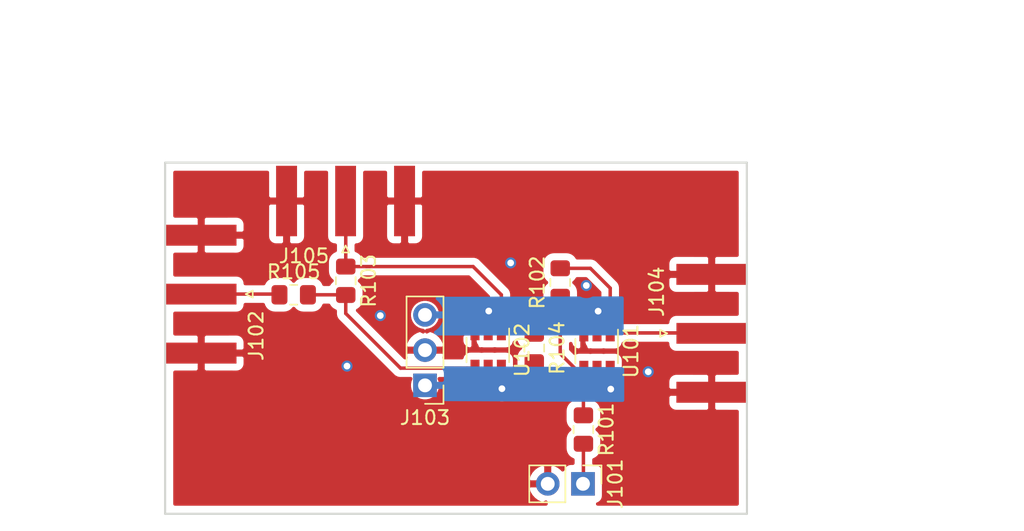
<source format=kicad_pcb>
(kicad_pcb (version 20171130) (host pcbnew "(5.1.5-0-10_14)")

  (general
    (thickness 1.6)
    (drawings 4)
    (tracks 47)
    (zones 0)
    (modules 12)
    (nets 10)
  )

  (page A4)
  (layers
    (0 F.Cu signal)
    (31 B.Cu signal)
    (32 B.Adhes user)
    (33 F.Adhes user)
    (34 B.Paste user)
    (35 F.Paste user)
    (36 B.SilkS user hide)
    (37 F.SilkS user)
    (38 B.Mask user)
    (39 F.Mask user hide)
    (40 Dwgs.User user)
    (41 Cmts.User user)
    (42 Eco1.User user)
    (43 Eco2.User user)
    (44 Edge.Cuts user)
    (45 Margin user)
    (46 B.CrtYd user)
    (47 F.CrtYd user)
    (48 B.Fab user)
    (49 F.Fab user)
  )

  (setup
    (last_trace_width 0.25)
    (trace_clearance 0.1524)
    (zone_clearance 0.508)
    (zone_45_only no)
    (trace_min 0.2)
    (via_size 0.8)
    (via_drill 0.4)
    (via_min_size 0.4)
    (via_min_drill 0.3)
    (uvia_size 0.3)
    (uvia_drill 0.1)
    (uvias_allowed no)
    (uvia_min_size 0.2)
    (uvia_min_drill 0.1)
    (edge_width 0.15)
    (segment_width 0.2)
    (pcb_text_width 0.3)
    (pcb_text_size 1.5 1.5)
    (mod_edge_width 0.15)
    (mod_text_size 1 1)
    (mod_text_width 0.15)
    (pad_size 1.7 1.7)
    (pad_drill 1)
    (pad_to_mask_clearance 0.051)
    (solder_mask_min_width 0.25)
    (aux_axis_origin 0 0)
    (visible_elements 7FFDEFFF)
    (pcbplotparams
      (layerselection 0x01000_ffffffff)
      (usegerberextensions false)
      (usegerberattributes false)
      (usegerberadvancedattributes false)
      (creategerberjobfile false)
      (excludeedgelayer true)
      (linewidth 0.100000)
      (plotframeref false)
      (viasonmask false)
      (mode 1)
      (useauxorigin false)
      (hpglpennumber 1)
      (hpglpenspeed 20)
      (hpglpendiameter 15.000000)
      (psnegative false)
      (psa4output false)
      (plotreference true)
      (plotvalue true)
      (plotinvisibletext false)
      (padsonsilk false)
      (subtractmaskfromsilk false)
      (outputformat 1)
      (mirror false)
      (drillshape 0)
      (scaleselection 1)
      (outputdirectory "../../../../../../../../../../Volumes/USB30FD/Conner/PLL Op-Amp Test/"))
  )

  (net 0 "")
  (net 1 GND)
  (net 2 +5V)
  (net 3 -5V)
  (net 4 "Net-(J101-Pad1)")
  (net 5 "Net-(J102-Pad1)")
  (net 6 "Net-(J104-Pad1)")
  (net 7 "Net-(J105-Pad1)")
  (net 8 "Net-(R101-Pad1)")
  (net 9 "Net-(R103-Pad2)")

  (net_class Default "This is the default net class."
    (clearance 0.1524)
    (trace_width 0.25)
    (via_dia 0.8)
    (via_drill 0.4)
    (uvia_dia 0.3)
    (uvia_drill 0.1)
    (add_net +5V)
    (add_net -5V)
    (add_net GND)
    (add_net "Net-(J101-Pad1)")
    (add_net "Net-(J102-Pad1)")
    (add_net "Net-(J104-Pad1)")
    (add_net "Net-(J105-Pad1)")
    (add_net "Net-(R101-Pad1)")
    (add_net "Net-(R103-Pad2)")
  )

  (module Connector_Coaxial:SMA_Amphenol_132289_EdgeMount (layer F.Cu) (tedit 5E601133) (tstamp 5E55D582)
    (at 58.85 50.75 180)
    (descr http://www.amphenolrf.com/132289.html)
    (tags SMA)
    (path /5E5B37F5)
    (attr smd)
    (fp_text reference J102 (at -3.96 -3 90) (layer F.SilkS)
      (effects (font (size 1 1) (thickness 0.15)))
    )
    (fp_text value Conn_Coaxial (at 5 6) (layer F.Fab)
      (effects (font (size 1 1) (thickness 0.15)))
    )
    (fp_line (start -1.91 5.08) (end 4.445 5.08) (layer F.Fab) (width 0.1))
    (fp_line (start -1.91 3.81) (end -1.91 5.08) (layer F.Fab) (width 0.1))
    (fp_line (start 2.54 3.81) (end -1.91 3.81) (layer F.Fab) (width 0.1))
    (fp_line (start 2.54 -3.81) (end 2.54 3.81) (layer F.Fab) (width 0.1))
    (fp_line (start -1.91 -3.81) (end 2.54 -3.81) (layer F.Fab) (width 0.1))
    (fp_line (start -1.91 -5.08) (end -1.91 -3.81) (layer F.Fab) (width 0.1))
    (fp_line (start -1.91 -5.08) (end 4.445 -5.08) (layer F.Fab) (width 0.1))
    (fp_line (start 4.445 -3.81) (end 4.445 -5.08) (layer F.Fab) (width 0.1))
    (fp_line (start 4.445 5.08) (end 4.445 3.81) (layer F.Fab) (width 0.1))
    (fp_line (start 13.97 3.81) (end 4.445 3.81) (layer F.Fab) (width 0.1))
    (fp_line (start 13.97 -3.81) (end 13.97 3.81) (layer F.Fab) (width 0.1))
    (fp_line (start 4.445 -3.81) (end 13.97 -3.81) (layer F.Fab) (width 0.1))
    (fp_line (start -3.04 5.58) (end -3.04 -5.58) (layer B.CrtYd) (width 0.05))
    (fp_line (start 14.47 5.58) (end -3.04 5.58) (layer B.CrtYd) (width 0.05))
    (fp_line (start 14.47 -5.58) (end 14.47 5.58) (layer B.CrtYd) (width 0.05))
    (fp_line (start 14.47 -5.58) (end -3.04 -5.58) (layer B.CrtYd) (width 0.05))
    (fp_line (start -3.04 5.58) (end -3.04 -5.58) (layer F.CrtYd) (width 0.05))
    (fp_line (start 14.47 5.58) (end -3.04 5.58) (layer F.CrtYd) (width 0.05))
    (fp_line (start 14.47 -5.58) (end 14.47 5.58) (layer F.CrtYd) (width 0.05))
    (fp_line (start 14.47 -5.58) (end -3.04 -5.58) (layer F.CrtYd) (width 0.05))
    (fp_text user %R (at 4.79 0 270) (layer F.Fab)
      (effects (font (size 1 1) (thickness 0.15)))
    )
    (fp_line (start 2.54 -0.75) (end 3.54 0) (layer F.Fab) (width 0.1))
    (fp_line (start 3.54 0) (end 2.54 0.75) (layer F.Fab) (width 0.1))
    (fp_line (start -3.21 0) (end -3.71 -0.25) (layer F.SilkS) (width 0.12))
    (fp_line (start -3.71 -0.25) (end -3.71 0.25) (layer F.SilkS) (width 0.12))
    (fp_line (start -3.71 0.25) (end -3.21 0) (layer F.SilkS) (width 0.12))
    (pad 1 smd rect (at 0 0 270) (size 1.5 5.08) (layers F.Cu F.Paste F.Mask)
      (net 5 "Net-(J102-Pad1)"))
    (pad 2 smd rect (at 0 -4.25 270) (size 1.5 5.08) (layers F.Cu F.Paste F.Mask)
      (net 1 GND))
    (pad 2 smd rect (at 0 4.25 270) (size 1.5 5.08) (layers F.Cu F.Paste F.Mask)
      (net 1 GND))
    (pad 2 smd rect (at 0 -4.25 270) (size 1.5 5.08) (layers F.Cu B.Paste B.Mask)
      (net 1 GND))
    (pad 2 smd rect (at 0 4.25 270) (size 1.5 5.08) (layers F.Cu B.Paste B.Mask)
      (net 1 GND))
    (model ${KISYS3DMOD}/Connector_Coaxial.3dshapes/SMA_Amphenol_132289_EdgeMount.wrl
      (at (xyz 0 0 0))
      (scale (xyz 1 1 1))
      (rotate (xyz 0 0 0))
    )
  )

  (module Resistor_SMD:R_0805_2012Metric_Pad1.15x1.40mm_HandSolder (layer F.Cu) (tedit 5E60156E) (tstamp 5E5B7DD5)
    (at 82.84 54.635 270)
    (descr "Resistor SMD 0805 (2012 Metric), square (rectangular) end terminal, IPC_7351 nominal with elongated pad for handsoldering. (Body size source: https://docs.google.com/spreadsheets/d/1BsfQQcO9C6DZCsRaXUlFlo91Tg2WpOkGARC1WS5S8t0/edit?usp=sharing), generated with kicad-footprint-generator")
    (tags "resistor handsolder")
    (path /5E5D8E8D)
    (attr smd)
    (fp_text reference R104 (at 0 -1.65 90) (layer F.SilkS)
      (effects (font (size 1 1) (thickness 0.15)))
    )
    (fp_text value 1k (at 0 1.65 90) (layer F.Fab)
      (effects (font (size 1 1) (thickness 0.15)))
    )
    (fp_text user %R (at 0 0 90) (layer F.Fab)
      (effects (font (size 0.5 0.5) (thickness 0.08)))
    )
    (fp_line (start 1.85 0.95) (end -1.85 0.95) (layer F.CrtYd) (width 0.05))
    (fp_line (start 1.85 -0.95) (end 1.85 0.95) (layer F.CrtYd) (width 0.05))
    (fp_line (start -1.85 -0.95) (end 1.85 -0.95) (layer F.CrtYd) (width 0.05))
    (fp_line (start -1.85 0.95) (end -1.85 -0.95) (layer F.CrtYd) (width 0.05))
    (fp_line (start -0.261252 0.71) (end 0.261252 0.71) (layer F.SilkS) (width 0.12))
    (fp_line (start -0.261252 -0.71) (end 0.261252 -0.71) (layer F.SilkS) (width 0.12))
    (fp_line (start 1 0.6) (end -1 0.6) (layer F.Fab) (width 0.1))
    (fp_line (start 1 -0.6) (end 1 0.6) (layer F.Fab) (width 0.1))
    (fp_line (start -1 -0.6) (end 1 -0.6) (layer F.Fab) (width 0.1))
    (fp_line (start -1 0.6) (end -1 -0.6) (layer F.Fab) (width 0.1))
    (pad 2 smd roundrect (at 1.025 0 270) (size 1.15 1.4) (layers F.Cu F.Paste F.Mask) (roundrect_rratio 0.217)
      (net 8 "Net-(R101-Pad1)"))
    (pad 1 smd roundrect (at -1.025 0 270) (size 1.15 1.4) (layers F.Cu F.Paste F.Mask) (roundrect_rratio 0.217)
      (net 7 "Net-(J105-Pad1)"))
    (model ${KISYS3DMOD}/Resistor_SMD.3dshapes/R_0805_2012Metric.wrl
      (at (xyz 0 0 0))
      (scale (xyz 1 1 1))
      (rotate (xyz 0 0 0))
    )
  )

  (module Connector_PinHeader_2.54mm:PinHeader_1x02_P2.54mm_Vertical (layer F.Cu) (tedit 59FED5CC) (tstamp 5E55D056)
    (at 86.35 64.43 270)
    (descr "Through hole straight pin header, 1x02, 2.54mm pitch, single row")
    (tags "Through hole pin header THT 1x02 2.54mm single row")
    (path /5E5E33D0)
    (fp_text reference J101 (at 0 -2.33 90) (layer F.SilkS)
      (effects (font (size 1 1) (thickness 0.15)))
    )
    (fp_text value Conn_01x02_Male (at 0 4.87 90) (layer F.Fab)
      (effects (font (size 1 1) (thickness 0.15)))
    )
    (fp_line (start -0.635 -1.27) (end 1.27 -1.27) (layer F.Fab) (width 0.1))
    (fp_line (start 1.27 -1.27) (end 1.27 3.81) (layer F.Fab) (width 0.1))
    (fp_line (start 1.27 3.81) (end -1.27 3.81) (layer F.Fab) (width 0.1))
    (fp_line (start -1.27 3.81) (end -1.27 -0.635) (layer F.Fab) (width 0.1))
    (fp_line (start -1.27 -0.635) (end -0.635 -1.27) (layer F.Fab) (width 0.1))
    (fp_line (start -1.33 3.87) (end 1.33 3.87) (layer F.SilkS) (width 0.12))
    (fp_line (start -1.33 1.27) (end -1.33 3.87) (layer F.SilkS) (width 0.12))
    (fp_line (start 1.33 1.27) (end 1.33 3.87) (layer F.SilkS) (width 0.12))
    (fp_line (start -1.33 1.27) (end 1.33 1.27) (layer F.SilkS) (width 0.12))
    (fp_line (start -1.33 0) (end -1.33 -1.33) (layer F.SilkS) (width 0.12))
    (fp_line (start -1.33 -1.33) (end 0 -1.33) (layer F.SilkS) (width 0.12))
    (fp_line (start -1.8 -1.8) (end -1.8 4.35) (layer F.CrtYd) (width 0.05))
    (fp_line (start -1.8 4.35) (end 1.8 4.35) (layer F.CrtYd) (width 0.05))
    (fp_line (start 1.8 4.35) (end 1.8 -1.8) (layer F.CrtYd) (width 0.05))
    (fp_line (start 1.8 -1.8) (end -1.8 -1.8) (layer F.CrtYd) (width 0.05))
    (fp_text user %R (at 0 1.27) (layer F.Fab)
      (effects (font (size 1 1) (thickness 0.15)))
    )
    (pad 1 thru_hole rect (at 0 0 270) (size 1.7 1.7) (drill 1) (layers *.Cu *.Mask)
      (net 4 "Net-(J101-Pad1)"))
    (pad 2 thru_hole oval (at 0 2.54 270) (size 1.7 1.7) (drill 1) (layers *.Cu *.Mask)
      (net 1 GND))
    (model ${KISYS3DMOD}/Connector_PinHeader_2.54mm.3dshapes/PinHeader_1x02_P2.54mm_Vertical.wrl
      (at (xyz 0 0 0))
      (scale (xyz 1 1 1))
      (rotate (xyz 0 0 0))
    )
  )

  (module Connector_PinHeader_2.54mm:PinHeader_1x03_P2.54mm_Vertical (layer F.Cu) (tedit 5E601AD5) (tstamp 5E55D06D)
    (at 74.97 57.33 180)
    (descr "Through hole straight pin header, 1x03, 2.54mm pitch, single row")
    (tags "Through hole pin header THT 1x03 2.54mm single row")
    (path /5E57360C)
    (fp_text reference J103 (at 0 -2.33) (layer F.SilkS)
      (effects (font (size 1 1) (thickness 0.15)))
    )
    (fp_text value Conn_01x03_Male (at 0 7.41) (layer F.Fab)
      (effects (font (size 1 1) (thickness 0.15)))
    )
    (fp_line (start -0.635 -1.27) (end 1.27 -1.27) (layer F.Fab) (width 0.1))
    (fp_line (start 1.27 -1.27) (end 1.27 6.35) (layer F.Fab) (width 0.1))
    (fp_line (start 1.27 6.35) (end -1.27 6.35) (layer F.Fab) (width 0.1))
    (fp_line (start -1.27 6.35) (end -1.27 -0.635) (layer F.Fab) (width 0.1))
    (fp_line (start -1.27 -0.635) (end -0.635 -1.27) (layer F.Fab) (width 0.1))
    (fp_line (start -1.33 6.41) (end 1.33 6.41) (layer F.SilkS) (width 0.12))
    (fp_line (start -1.33 1.27) (end -1.33 6.41) (layer F.SilkS) (width 0.12))
    (fp_line (start 1.33 1.27) (end 1.33 6.41) (layer F.SilkS) (width 0.12))
    (fp_line (start -1.33 1.27) (end 1.33 1.27) (layer F.SilkS) (width 0.12))
    (fp_line (start -1.33 0) (end -1.33 -1.33) (layer F.SilkS) (width 0.12))
    (fp_line (start -1.33 -1.33) (end 0 -1.33) (layer F.SilkS) (width 0.12))
    (fp_line (start -1.8 -1.8) (end -1.8 6.85) (layer F.CrtYd) (width 0.05))
    (fp_line (start -1.8 6.85) (end 1.8 6.85) (layer F.CrtYd) (width 0.05))
    (fp_line (start 1.8 6.85) (end 1.8 -1.8) (layer F.CrtYd) (width 0.05))
    (fp_line (start 1.8 -1.8) (end -1.8 -1.8) (layer F.CrtYd) (width 0.05))
    (fp_text user %R (at 0 2.54 90) (layer F.Fab)
      (effects (font (size 1 1) (thickness 0.15)))
    )
    (pad 1 thru_hole rect (at 0 0 180) (size 1.7 1.7) (drill 1) (layers *.Mask B.Cu)
      (net 2 +5V))
    (pad 2 thru_hole oval (at 0 2.54 180) (size 1.7 1.7) (drill 1) (layers *.Cu *.Mask)
      (net 1 GND))
    (pad 3 thru_hole oval (at 0 5.08 180) (size 1.7 1.7) (drill 1) (layers *.Mask B.Cu)
      (net 3 -5V))
    (model ${KISYS3DMOD}/Connector_PinHeader_2.54mm.3dshapes/PinHeader_1x03_P2.54mm_Vertical.wrl
      (at (xyz 0 0 0))
      (scale (xyz 1 1 1))
      (rotate (xyz 0 0 0))
    )
  )

  (module Resistor_SMD:R_0805_2012Metric_Pad1.15x1.40mm_HandSolder (layer F.Cu) (tedit 5E601650) (tstamp 5E55D07E)
    (at 86.38 60.515 270)
    (descr "Resistor SMD 0805 (2012 Metric), square (rectangular) end terminal, IPC_7351 nominal with elongated pad for handsoldering. (Body size source: https://docs.google.com/spreadsheets/d/1BsfQQcO9C6DZCsRaXUlFlo91Tg2WpOkGARC1WS5S8t0/edit?usp=sharing), generated with kicad-footprint-generator")
    (tags "resistor handsolder")
    (path /5E5E2D3B)
    (attr smd)
    (fp_text reference R101 (at 0 -1.65 90) (layer F.SilkS)
      (effects (font (size 1 1) (thickness 0.15)))
    )
    (fp_text value 1k (at 0 1.65 90) (layer F.Fab)
      (effects (font (size 1 1) (thickness 0.15)))
    )
    (fp_line (start -1 0.6) (end -1 -0.6) (layer F.Fab) (width 0.1))
    (fp_line (start -1 -0.6) (end 1 -0.6) (layer F.Fab) (width 0.1))
    (fp_line (start 1 -0.6) (end 1 0.6) (layer F.Fab) (width 0.1))
    (fp_line (start 1 0.6) (end -1 0.6) (layer F.Fab) (width 0.1))
    (fp_line (start -0.261252 -0.71) (end 0.261252 -0.71) (layer F.SilkS) (width 0.12))
    (fp_line (start -0.261252 0.71) (end 0.261252 0.71) (layer F.SilkS) (width 0.12))
    (fp_line (start -1.85 0.95) (end -1.85 -0.95) (layer F.CrtYd) (width 0.05))
    (fp_line (start -1.85 -0.95) (end 1.85 -0.95) (layer F.CrtYd) (width 0.05))
    (fp_line (start 1.85 -0.95) (end 1.85 0.95) (layer F.CrtYd) (width 0.05))
    (fp_line (start 1.85 0.95) (end -1.85 0.95) (layer F.CrtYd) (width 0.05))
    (fp_text user %R (at 0 0 90) (layer F.Fab)
      (effects (font (size 0.5 0.5) (thickness 0.08)))
    )
    (pad 1 smd roundrect (at -1.025 0 270) (size 1.15 1.4) (layers F.Cu F.Paste F.Mask) (roundrect_rratio 0.217)
      (net 8 "Net-(R101-Pad1)"))
    (pad 2 smd roundrect (at 1.025 0 270) (size 1.15 1.4) (layers F.Cu F.Paste F.Mask) (roundrect_rratio 0.217)
      (net 4 "Net-(J101-Pad1)"))
    (model ${KISYS3DMOD}/Resistor_SMD.3dshapes/R_0805_2012Metric.wrl
      (at (xyz 0 0 0))
      (scale (xyz 1 1 1))
      (rotate (xyz 0 0 0))
    )
  )

  (module Resistor_SMD:R_0805_2012Metric_Pad1.15x1.40mm_HandSolder (layer F.Cu) (tedit 5E601646) (tstamp 5E55D08F)
    (at 84.71 49.915 90)
    (descr "Resistor SMD 0805 (2012 Metric), square (rectangular) end terminal, IPC_7351 nominal with elongated pad for handsoldering. (Body size source: https://docs.google.com/spreadsheets/d/1BsfQQcO9C6DZCsRaXUlFlo91Tg2WpOkGARC1WS5S8t0/edit?usp=sharing), generated with kicad-footprint-generator")
    (tags "resistor handsolder")
    (path /5E5C96C2)
    (attr smd)
    (fp_text reference R102 (at 0 -1.65 90) (layer F.SilkS)
      (effects (font (size 1 1) (thickness 0.15)))
    )
    (fp_text value 1k (at 0 1.65 90) (layer F.Fab)
      (effects (font (size 1 1) (thickness 0.15)))
    )
    (fp_line (start -1 0.6) (end -1 -0.6) (layer F.Fab) (width 0.1))
    (fp_line (start -1 -0.6) (end 1 -0.6) (layer F.Fab) (width 0.1))
    (fp_line (start 1 -0.6) (end 1 0.6) (layer F.Fab) (width 0.1))
    (fp_line (start 1 0.6) (end -1 0.6) (layer F.Fab) (width 0.1))
    (fp_line (start -0.261252 -0.71) (end 0.261252 -0.71) (layer F.SilkS) (width 0.12))
    (fp_line (start -0.261252 0.71) (end 0.261252 0.71) (layer F.SilkS) (width 0.12))
    (fp_line (start -1.85 0.95) (end -1.85 -0.95) (layer F.CrtYd) (width 0.05))
    (fp_line (start -1.85 -0.95) (end 1.85 -0.95) (layer F.CrtYd) (width 0.05))
    (fp_line (start 1.85 -0.95) (end 1.85 0.95) (layer F.CrtYd) (width 0.05))
    (fp_line (start 1.85 0.95) (end -1.85 0.95) (layer F.CrtYd) (width 0.05))
    (fp_text user %R (at 0 0 90) (layer F.Fab)
      (effects (font (size 0.5 0.5) (thickness 0.08)))
    )
    (pad 1 smd roundrect (at -1.025 0 90) (size 1.15 1.4) (layers F.Cu F.Paste F.Mask) (roundrect_rratio 0.217)
      (net 8 "Net-(R101-Pad1)"))
    (pad 2 smd roundrect (at 1.025 0 90) (size 1.15 1.4) (layers F.Cu F.Paste F.Mask) (roundrect_rratio 0.217)
      (net 6 "Net-(J104-Pad1)"))
    (model ${KISYS3DMOD}/Resistor_SMD.3dshapes/R_0805_2012Metric.wrl
      (at (xyz 0 0 0))
      (scale (xyz 1 1 1))
      (rotate (xyz 0 0 0))
    )
  )

  (module Resistor_SMD:R_0805_2012Metric_Pad1.15x1.40mm_HandSolder (layer F.Cu) (tedit 5E600F0F) (tstamp 5E55D0A0)
    (at 69.26 49.79 270)
    (descr "Resistor SMD 0805 (2012 Metric), square (rectangular) end terminal, IPC_7351 nominal with elongated pad for handsoldering. (Body size source: https://docs.google.com/spreadsheets/d/1BsfQQcO9C6DZCsRaXUlFlo91Tg2WpOkGARC1WS5S8t0/edit?usp=sharing), generated with kicad-footprint-generator")
    (tags "resistor handsolder")
    (path /5E5AB6E7)
    (attr smd)
    (fp_text reference R103 (at 0 -1.65 90) (layer F.SilkS)
      (effects (font (size 1 1) (thickness 0.15)))
    )
    (fp_text value 1k (at 0 1.65 90) (layer F.Fab)
      (effects (font (size 1 1) (thickness 0.15)))
    )
    (fp_line (start -1 0.6) (end -1 -0.6) (layer F.Fab) (width 0.1))
    (fp_line (start -1 -0.6) (end 1 -0.6) (layer F.Fab) (width 0.1))
    (fp_line (start 1 -0.6) (end 1 0.6) (layer F.Fab) (width 0.1))
    (fp_line (start 1 0.6) (end -1 0.6) (layer F.Fab) (width 0.1))
    (fp_line (start -0.261252 -0.71) (end 0.261252 -0.71) (layer F.SilkS) (width 0.12))
    (fp_line (start -0.261252 0.71) (end 0.261252 0.71) (layer F.SilkS) (width 0.12))
    (fp_line (start -1.85 0.95) (end -1.85 -0.95) (layer F.CrtYd) (width 0.05))
    (fp_line (start -1.85 -0.95) (end 1.85 -0.95) (layer F.CrtYd) (width 0.05))
    (fp_line (start 1.85 -0.95) (end 1.85 0.95) (layer F.CrtYd) (width 0.05))
    (fp_line (start 1.85 0.95) (end -1.85 0.95) (layer F.CrtYd) (width 0.05))
    (fp_text user %R (at 0 0 90) (layer F.Fab)
      (effects (font (size 0.5 0.5) (thickness 0.08)))
    )
    (pad 1 smd roundrect (at -1.025 0 270) (size 1.15 1.4) (layers F.Cu F.Paste F.Mask) (roundrect_rratio 0.217)
      (net 7 "Net-(J105-Pad1)"))
    (pad 2 smd roundrect (at 1.025 0 270) (size 1.15 1.4) (layers F.Cu F.Paste F.Mask) (roundrect_rratio 0.217)
      (net 9 "Net-(R103-Pad2)"))
    (model ${KISYS3DMOD}/Resistor_SMD.3dshapes/R_0805_2012Metric.wrl
      (at (xyz 0 0 0))
      (scale (xyz 1 1 1))
      (rotate (xyz 0 0 0))
    )
  )

  (module Resistor_SMD:R_0805_2012Metric_Pad1.15x1.40mm_HandSolder (layer F.Cu) (tedit 5E60109A) (tstamp 5E55D0C2)
    (at 65.51 50.8)
    (descr "Resistor SMD 0805 (2012 Metric), square (rectangular) end terminal, IPC_7351 nominal with elongated pad for handsoldering. (Body size source: https://docs.google.com/spreadsheets/d/1BsfQQcO9C6DZCsRaXUlFlo91Tg2WpOkGARC1WS5S8t0/edit?usp=sharing), generated with kicad-footprint-generator")
    (tags "resistor handsolder")
    (path /5E5AD2CA)
    (attr smd)
    (fp_text reference R105 (at 0 -1.65) (layer F.SilkS)
      (effects (font (size 1 1) (thickness 0.15)))
    )
    (fp_text value 1k (at 0 1.65) (layer F.Fab)
      (effects (font (size 1 1) (thickness 0.15)))
    )
    (fp_text user %R (at 0 0) (layer F.Fab)
      (effects (font (size 0.5 0.5) (thickness 0.08)))
    )
    (fp_line (start 1.85 0.95) (end -1.85 0.95) (layer F.CrtYd) (width 0.05))
    (fp_line (start 1.85 -0.95) (end 1.85 0.95) (layer F.CrtYd) (width 0.05))
    (fp_line (start -1.85 -0.95) (end 1.85 -0.95) (layer F.CrtYd) (width 0.05))
    (fp_line (start -1.85 0.95) (end -1.85 -0.95) (layer F.CrtYd) (width 0.05))
    (fp_line (start -0.261252 0.71) (end 0.261252 0.71) (layer F.SilkS) (width 0.12))
    (fp_line (start -0.261252 -0.71) (end 0.261252 -0.71) (layer F.SilkS) (width 0.12))
    (fp_line (start 1 0.6) (end -1 0.6) (layer F.Fab) (width 0.1))
    (fp_line (start 1 -0.6) (end 1 0.6) (layer F.Fab) (width 0.1))
    (fp_line (start -1 -0.6) (end 1 -0.6) (layer F.Fab) (width 0.1))
    (fp_line (start -1 0.6) (end -1 -0.6) (layer F.Fab) (width 0.1))
    (pad 2 smd roundrect (at 1.025 0) (size 1.15 1.4) (layers F.Cu F.Paste F.Mask) (roundrect_rratio 0.217)
      (net 9 "Net-(R103-Pad2)"))
    (pad 1 smd roundrect (at -1.025 0) (size 1.15 1.4) (layers F.Cu F.Paste F.Mask) (roundrect_rratio 0.217)
      (net 5 "Net-(J102-Pad1)"))
    (model ${KISYS3DMOD}/Resistor_SMD.3dshapes/R_0805_2012Metric.wrl
      (at (xyz 0 0 0))
      (scale (xyz 1 1 1))
      (rotate (xyz 0 0 0))
    )
  )

  (module Package_TO_SOT_SMD:TSOT-23-6 (layer F.Cu) (tedit 5A02FF57) (tstamp 5E55D0D8)
    (at 87.36 54.86 270)
    (descr "6-pin TSOT23 package, http://cds.linear.com/docs/en/packaging/SOT_6_05-08-1636.pdf")
    (tags "TSOT-23-6 MK06A TSOT-6")
    (path /5E5688E0)
    (attr smd)
    (fp_text reference U101 (at 0 -2.45 90) (layer F.SilkS)
      (effects (font (size 1 1) (thickness 0.15)))
    )
    (fp_text value LMH6611 (at 0 2.5 90) (layer F.Fab)
      (effects (font (size 1 1) (thickness 0.15)))
    )
    (fp_text user %R (at 0 0) (layer F.Fab)
      (effects (font (size 0.5 0.5) (thickness 0.075)))
    )
    (fp_line (start -0.88 1.56) (end 0.88 1.56) (layer F.SilkS) (width 0.12))
    (fp_line (start 0.88 -1.51) (end -1.55 -1.51) (layer F.SilkS) (width 0.12))
    (fp_line (start -0.88 -1) (end -0.43 -1.45) (layer F.Fab) (width 0.1))
    (fp_line (start 0.88 -1.45) (end -0.43 -1.45) (layer F.Fab) (width 0.1))
    (fp_line (start -0.88 -1) (end -0.88 1.45) (layer F.Fab) (width 0.1))
    (fp_line (start 0.88 1.45) (end -0.88 1.45) (layer F.Fab) (width 0.1))
    (fp_line (start 0.88 -1.45) (end 0.88 1.45) (layer F.Fab) (width 0.1))
    (fp_line (start -2.17 -1.7) (end 2.17 -1.7) (layer F.CrtYd) (width 0.05))
    (fp_line (start -2.17 -1.7) (end -2.17 1.7) (layer F.CrtYd) (width 0.05))
    (fp_line (start 2.17 1.7) (end 2.17 -1.7) (layer F.CrtYd) (width 0.05))
    (fp_line (start 2.17 1.7) (end -2.17 1.7) (layer F.CrtYd) (width 0.05))
    (pad 1 smd rect (at -1.31 -0.95 270) (size 1.22 0.65) (layers F.Cu F.Paste F.Mask)
      (net 6 "Net-(J104-Pad1)"))
    (pad 2 smd rect (at -1.31 0 270) (size 1.22 0.65) (layers F.Cu F.Paste F.Mask)
      (net 3 -5V))
    (pad 3 smd rect (at -1.31 0.95 270) (size 1.22 0.65) (layers F.Cu F.Paste F.Mask)
      (net 1 GND))
    (pad 4 smd rect (at 1.31 0.95 270) (size 1.22 0.65) (layers F.Cu F.Paste F.Mask)
      (net 8 "Net-(R101-Pad1)"))
    (pad 5 smd rect (at 1.31 0 270) (size 1.22 0.65) (layers F.Cu F.Paste F.Mask))
    (pad 6 smd rect (at 1.31 -0.95 270) (size 1.22 0.65) (layers F.Cu F.Paste F.Mask)
      (net 2 +5V))
    (model ${KISYS3DMOD}/Package_TO_SOT_SMD.3dshapes/TSOT-23-6.wrl
      (at (xyz 0 0 0))
      (scale (xyz 1 1 1))
      (rotate (xyz 0 0 0))
    )
  )

  (module Package_TO_SOT_SMD:TSOT-23-6 (layer F.Cu) (tedit 5A02FF57) (tstamp 5E55D0EE)
    (at 79.52 54.78 270)
    (descr "6-pin TSOT23 package, http://cds.linear.com/docs/en/packaging/SOT_6_05-08-1636.pdf")
    (tags "TSOT-23-6 MK06A TSOT-6")
    (path /5E55DBE3)
    (attr smd)
    (fp_text reference U102 (at 0 -2.45 90) (layer F.SilkS)
      (effects (font (size 1 1) (thickness 0.15)))
    )
    (fp_text value LMH6611 (at 0 2.5 90) (layer F.Fab)
      (effects (font (size 1 1) (thickness 0.15)))
    )
    (fp_line (start 2.17 1.7) (end -2.17 1.7) (layer F.CrtYd) (width 0.05))
    (fp_line (start 2.17 1.7) (end 2.17 -1.7) (layer F.CrtYd) (width 0.05))
    (fp_line (start -2.17 -1.7) (end -2.17 1.7) (layer F.CrtYd) (width 0.05))
    (fp_line (start -2.17 -1.7) (end 2.17 -1.7) (layer F.CrtYd) (width 0.05))
    (fp_line (start 0.88 -1.45) (end 0.88 1.45) (layer F.Fab) (width 0.1))
    (fp_line (start 0.88 1.45) (end -0.88 1.45) (layer F.Fab) (width 0.1))
    (fp_line (start -0.88 -1) (end -0.88 1.45) (layer F.Fab) (width 0.1))
    (fp_line (start 0.88 -1.45) (end -0.43 -1.45) (layer F.Fab) (width 0.1))
    (fp_line (start -0.88 -1) (end -0.43 -1.45) (layer F.Fab) (width 0.1))
    (fp_line (start 0.88 -1.51) (end -1.55 -1.51) (layer F.SilkS) (width 0.12))
    (fp_line (start -0.88 1.56) (end 0.88 1.56) (layer F.SilkS) (width 0.12))
    (fp_text user %R (at 0.06 -0.02) (layer F.Fab)
      (effects (font (size 0.5 0.5) (thickness 0.075)))
    )
    (pad 6 smd rect (at 1.31 -0.95 270) (size 1.22 0.65) (layers F.Cu F.Paste F.Mask)
      (net 2 +5V))
    (pad 5 smd rect (at 1.31 0 270) (size 1.22 0.65) (layers F.Cu F.Paste F.Mask))
    (pad 4 smd rect (at 1.31 0.95 270) (size 1.22 0.65) (layers F.Cu F.Paste F.Mask)
      (net 9 "Net-(R103-Pad2)"))
    (pad 3 smd rect (at -1.31 0.95 270) (size 1.22 0.65) (layers F.Cu F.Paste F.Mask)
      (net 1 GND))
    (pad 2 smd rect (at -1.31 0 270) (size 1.22 0.65) (layers F.Cu F.Paste F.Mask)
      (net 3 -5V))
    (pad 1 smd rect (at -1.31 -0.95 270) (size 1.22 0.65) (layers F.Cu F.Paste F.Mask)
      (net 7 "Net-(J105-Pad1)"))
    (model ${KISYS3DMOD}/Package_TO_SOT_SMD.3dshapes/TSOT-23-6.wrl
      (at (xyz 0 0 0))
      (scale (xyz 1 1 1))
      (rotate (xyz 0 0 0))
    )
  )

  (module Connector_Coaxial:SMA_Amphenol_132289_EdgeMount (layer F.Cu) (tedit 5E600EBB) (tstamp 5E605DAF)
    (at 95.62 53.58)
    (descr http://www.amphenolrf.com/132289.html)
    (tags SMA)
    (path /5E60E07C)
    (attr smd)
    (fp_text reference J104 (at -3.96 -3 90) (layer F.SilkS)
      (effects (font (size 1 1) (thickness 0.15)))
    )
    (fp_text value Conn_Coaxial (at 5 6) (layer F.Fab)
      (effects (font (size 1 1) (thickness 0.15)))
    )
    (fp_line (start -1.91 5.08) (end 4.445 5.08) (layer F.Fab) (width 0.1))
    (fp_line (start -1.91 3.81) (end -1.91 5.08) (layer F.Fab) (width 0.1))
    (fp_line (start 2.54 3.81) (end -1.91 3.81) (layer F.Fab) (width 0.1))
    (fp_line (start 2.54 -3.81) (end 2.54 3.81) (layer F.Fab) (width 0.1))
    (fp_line (start -1.91 -3.81) (end 2.54 -3.81) (layer F.Fab) (width 0.1))
    (fp_line (start -1.91 -5.08) (end -1.91 -3.81) (layer F.Fab) (width 0.1))
    (fp_line (start -1.91 -5.08) (end 4.445 -5.08) (layer F.Fab) (width 0.1))
    (fp_line (start 4.445 -3.81) (end 4.445 -5.08) (layer F.Fab) (width 0.1))
    (fp_line (start 4.445 5.08) (end 4.445 3.81) (layer F.Fab) (width 0.1))
    (fp_line (start 13.97 3.81) (end 4.445 3.81) (layer F.Fab) (width 0.1))
    (fp_line (start 13.97 -3.81) (end 13.97 3.81) (layer F.Fab) (width 0.1))
    (fp_line (start 4.445 -3.81) (end 13.97 -3.81) (layer F.Fab) (width 0.1))
    (fp_line (start -3.04 5.58) (end -3.04 -5.58) (layer B.CrtYd) (width 0.05))
    (fp_line (start 14.47 5.58) (end -3.04 5.58) (layer B.CrtYd) (width 0.05))
    (fp_line (start 14.47 -5.58) (end 14.47 5.58) (layer B.CrtYd) (width 0.05))
    (fp_line (start 14.47 -5.58) (end -3.04 -5.58) (layer B.CrtYd) (width 0.05))
    (fp_line (start -3.04 5.58) (end -3.04 -5.58) (layer F.CrtYd) (width 0.05))
    (fp_line (start 14.47 5.58) (end -3.04 5.58) (layer F.CrtYd) (width 0.05))
    (fp_line (start 14.47 -5.58) (end 14.47 5.58) (layer F.CrtYd) (width 0.05))
    (fp_line (start 14.47 -5.58) (end -3.04 -5.58) (layer F.CrtYd) (width 0.05))
    (fp_text user %R (at 4.79 0 270) (layer F.Fab)
      (effects (font (size 1 1) (thickness 0.15)))
    )
    (fp_line (start 2.54 -0.75) (end 3.54 0) (layer F.Fab) (width 0.1))
    (fp_line (start 3.54 0) (end 2.54 0.75) (layer F.Fab) (width 0.1))
    (fp_line (start -3.21 0) (end -3.71 -0.25) (layer F.SilkS) (width 0.12))
    (fp_line (start -3.71 -0.25) (end -3.71 0.25) (layer F.SilkS) (width 0.12))
    (fp_line (start -3.71 0.25) (end -3.21 0) (layer F.SilkS) (width 0.12))
    (pad 1 smd rect (at 0 0 90) (size 1.5 5.08) (layers F.Cu F.Paste F.Mask)
      (net 6 "Net-(J104-Pad1)"))
    (pad 2 smd rect (at 0 -4.25 90) (size 1.5 5.08) (layers F.Cu F.Paste F.Mask)
      (net 1 GND))
    (pad 2 smd rect (at 0 4.25 90) (size 1.5 5.08) (layers F.Cu F.Paste F.Mask)
      (net 1 GND))
    (pad 2 smd rect (at 0 -4.25 90) (size 1.5 5.08) (layers F.Cu B.Paste B.Mask)
      (net 1 GND))
    (pad 2 smd rect (at 0 4.25 90) (size 1.5 5.08) (layers F.Cu B.Paste B.Mask)
      (net 1 GND))
    (model ${KISYS3DMOD}/Connector_Coaxial.3dshapes/SMA_Amphenol_132289_EdgeMount.wrl
      (at (xyz 0 0 0))
      (scale (xyz 1 1 1))
      (rotate (xyz 0 0 0))
    )
  )

  (module Connector_Coaxial:SMA_Amphenol_132289_EdgeMount (layer F.Cu) (tedit 5E600FAA) (tstamp 5E605DF3)
    (at 69.25 44.04 90)
    (descr http://www.amphenolrf.com/132289.html)
    (tags SMA)
    (path /5E60BB7D)
    (attr smd)
    (fp_text reference J105 (at -3.96 -3) (layer F.SilkS)
      (effects (font (size 1 1) (thickness 0.15)))
    )
    (fp_text value Conn_Coaxial (at 5 6 90) (layer F.Fab)
      (effects (font (size 1 1) (thickness 0.15)))
    )
    (fp_line (start -3.71 0.25) (end -3.21 0) (layer F.SilkS) (width 0.12))
    (fp_line (start -3.71 -0.25) (end -3.71 0.25) (layer F.SilkS) (width 0.12))
    (fp_line (start -3.21 0) (end -3.71 -0.25) (layer F.SilkS) (width 0.12))
    (fp_line (start 3.54 0) (end 2.54 0.75) (layer F.Fab) (width 0.1))
    (fp_line (start 2.54 -0.75) (end 3.54 0) (layer F.Fab) (width 0.1))
    (fp_text user %R (at 4.79 0 180) (layer F.Fab)
      (effects (font (size 1 1) (thickness 0.15)))
    )
    (fp_line (start 14.47 -5.58) (end -3.04 -5.58) (layer F.CrtYd) (width 0.05))
    (fp_line (start 14.47 -5.58) (end 14.47 5.58) (layer F.CrtYd) (width 0.05))
    (fp_line (start 14.47 5.58) (end -3.04 5.58) (layer F.CrtYd) (width 0.05))
    (fp_line (start -3.04 5.58) (end -3.04 -5.58) (layer F.CrtYd) (width 0.05))
    (fp_line (start 14.47 -5.58) (end -3.04 -5.58) (layer B.CrtYd) (width 0.05))
    (fp_line (start 14.47 -5.58) (end 14.47 5.58) (layer B.CrtYd) (width 0.05))
    (fp_line (start 14.47 5.58) (end -3.04 5.58) (layer B.CrtYd) (width 0.05))
    (fp_line (start -3.04 5.58) (end -3.04 -5.58) (layer B.CrtYd) (width 0.05))
    (fp_line (start 4.445 -3.81) (end 13.97 -3.81) (layer F.Fab) (width 0.1))
    (fp_line (start 13.97 -3.81) (end 13.97 3.81) (layer F.Fab) (width 0.1))
    (fp_line (start 13.97 3.81) (end 4.445 3.81) (layer F.Fab) (width 0.1))
    (fp_line (start 4.445 5.08) (end 4.445 3.81) (layer F.Fab) (width 0.1))
    (fp_line (start 4.445 -3.81) (end 4.445 -5.08) (layer F.Fab) (width 0.1))
    (fp_line (start -1.91 -5.08) (end 4.445 -5.08) (layer F.Fab) (width 0.1))
    (fp_line (start -1.91 -5.08) (end -1.91 -3.81) (layer F.Fab) (width 0.1))
    (fp_line (start -1.91 -3.81) (end 2.54 -3.81) (layer F.Fab) (width 0.1))
    (fp_line (start 2.54 -3.81) (end 2.54 3.81) (layer F.Fab) (width 0.1))
    (fp_line (start 2.54 3.81) (end -1.91 3.81) (layer F.Fab) (width 0.1))
    (fp_line (start -1.91 3.81) (end -1.91 5.08) (layer F.Fab) (width 0.1))
    (fp_line (start -1.91 5.08) (end 4.445 5.08) (layer F.Fab) (width 0.1))
    (pad 2 smd rect (at 0 4.25 180) (size 1.5 5.08) (layers F.Cu B.Paste B.Mask)
      (net 1 GND))
    (pad 2 smd rect (at 0 -4.25 180) (size 1.5 5.08) (layers F.Cu B.Paste B.Mask)
      (net 1 GND))
    (pad 2 smd rect (at 0 4.25 180) (size 1.5 5.08) (layers F.Cu F.Paste F.Mask)
      (net 1 GND))
    (pad 2 smd rect (at 0 -4.25 180) (size 1.5 5.08) (layers F.Cu F.Paste F.Mask)
      (net 1 GND))
    (pad 1 smd rect (at 0 0 180) (size 1.5 5.08) (layers F.Cu F.Paste F.Mask)
      (net 7 "Net-(J105-Pad1)"))
    (model ${KISYS3DMOD}/Connector_Coaxial.3dshapes/SMA_Amphenol_132289_EdgeMount.wrl
      (at (xyz 0 0 0))
      (scale (xyz 1 1 1))
      (rotate (xyz 0 0 0))
    )
  )

  (gr_line (start 56.25 66.59) (end 56.25 41.28) (layer Edge.Cuts) (width 0.15))
  (gr_line (start 98.16 66.59) (end 56.25 66.59) (layer Edge.Cuts) (width 0.15))
  (gr_line (start 98.15 41.27) (end 98.16 66.59) (layer Edge.Cuts) (width 0.15))
  (gr_line (start 56.25 41.27) (end 98.15 41.27) (layer Edge.Cuts) (width 0.15))

  (via (at 91.05 56.35) (size 0.8) (drill 0.4826) (layers F.Cu B.Cu) (net 1))
  (via (at 86.59 50.13) (size 0.8) (drill 0.4826) (layers F.Cu B.Cu) (net 1))
  (via (at 81.14 48.5) (size 0.8) (drill 0.4826) (layers F.Cu B.Cu) (net 1))
  (via (at 71.75 52.3) (size 0.8) (drill 0.4826) (layers F.Cu B.Cu) (net 1))
  (via (at 69.35 55.94) (size 0.8) (drill 0.4826) (layers F.Cu B.Cu) (net 1))
  (segment (start 86.39 61.55) (end 86.38 61.54) (width 0.25) (layer F.Cu) (net 4) (status 30))
  (segment (start 86.38 64.4) (end 86.35 64.43) (width 0.25) (layer F.Cu) (net 4) (status 30))
  (segment (start 86.38 61.54) (end 86.38 64.4) (width 0.25) (layer F.Cu) (net 4) (status 30))
  (via (at 88.35 57.6) (size 0.8) (drill 0.4826) (layers F.Cu B.Cu) (net 2))
  (via (at 80.51 57.57) (size 0.8) (drill 0.4826) (layers F.Cu B.Cu) (net 2))
  (segment (start 88.31 57.56) (end 88.35 57.6) (width 0.25) (layer F.Cu) (net 2))
  (segment (start 88.31 56.17) (end 88.31 57.56) (width 0.25) (layer F.Cu) (net 2) (status 10))
  (segment (start 80.47 57.53) (end 80.51 57.57) (width 0.25) (layer F.Cu) (net 2))
  (segment (start 80.47 56.09) (end 80.47 57.53) (width 0.25) (layer F.Cu) (net 2) (status 10))
  (via (at 87.44 51.98) (size 0.8) (drill 0.4826) (layers F.Cu B.Cu) (net 3))
  (via (at 79.56 51.97) (size 0.8) (drill 0.4826) (layers F.Cu B.Cu) (net 3))
  (segment (start 79.52 52.01) (end 79.56 51.97) (width 0.25) (layer F.Cu) (net 3))
  (segment (start 79.52 53.47) (end 79.52 52.01) (width 0.25) (layer F.Cu) (net 3) (status 10))
  (segment (start 87.36 52.08) (end 87.42 52.02) (width 0.25) (layer F.Cu) (net 3))
  (segment (start 87.36 53.55) (end 87.36 52.08) (width 0.25) (layer F.Cu) (net 3) (status 10))
  (segment (start 83.35 56.17) (end 82.84 55.66) (width 0.25) (layer F.Cu) (net 8) (status 30))
  (segment (start 86.41 56.17) (end 83.35 56.17) (width 0.25) (layer F.Cu) (net 8) (status 30))
  (segment (start 85.835 56.17) (end 86.41 56.17) (width 0.25) (layer F.Cu) (net 8) (status 20))
  (segment (start 84.71 55.045) (end 85.835 56.17) (width 0.25) (layer F.Cu) (net 8))
  (segment (start 84.71 50.94) (end 84.71 55.045) (width 0.25) (layer F.Cu) (net 8) (status 10))
  (segment (start 86.38 56.2) (end 86.41 56.17) (width 0.25) (layer F.Cu) (net 8) (status 30))
  (segment (start 86.38 59.49) (end 86.38 56.2) (width 0.25) (layer F.Cu) (net 8) (status 30))
  (segment (start 77.995 56.09) (end 78.57 56.09) (width 0.25) (layer F.Cu) (net 9) (status 20))
  (segment (start 69.26 52.145) (end 73.205 56.09) (width 0.25) (layer F.Cu) (net 9))
  (segment (start 69.26 50.815) (end 69.26 52.145) (width 0.25) (layer F.Cu) (net 9) (status 10))
  (segment (start 69.245 50.8) (end 69.26 50.815) (width 0.25) (layer F.Cu) (net 9) (status 30))
  (segment (start 66.535 50.8) (end 69.245 50.8) (width 0.25) (layer F.Cu) (net 9) (status 30))
  (segment (start 73.205 56.09) (end 77.995 56.09) (width 0.25) (layer F.Cu) (net 9))
  (segment (start 88.31 53.55) (end 88.31 50.32) (width 0.25) (layer F.Cu) (net 6) (status 10))
  (segment (start 86.88 48.89) (end 84.71 48.89) (width 0.25) (layer F.Cu) (net 6) (status 20))
  (segment (start 88.31 50.32) (end 86.88 48.89) (width 0.25) (layer F.Cu) (net 6))
  (segment (start 95.59 53.55) (end 95.62 53.58) (width 0.25) (layer F.Cu) (net 6) (status 30))
  (segment (start 88.31 53.55) (end 95.59 53.55) (width 0.25) (layer F.Cu) (net 6) (status 30))
  (segment (start 82.7 53.47) (end 82.84 53.61) (width 0.25) (layer F.Cu) (net 7) (status 30))
  (segment (start 80.47 53.47) (end 82.7 53.47) (width 0.25) (layer F.Cu) (net 7) (status 30))
  (segment (start 69.26 44.05) (end 69.25 44.04) (width 0.25) (layer F.Cu) (net 7) (status 30))
  (segment (start 69.26 48.765) (end 69.26 44.05) (width 0.25) (layer F.Cu) (net 7) (status 30))
  (segment (start 80.47 50.8) (end 80.47 53.47) (width 0.25) (layer F.Cu) (net 7) (status 20))
  (segment (start 69.26 48.765) (end 78.435 48.765) (width 0.25) (layer F.Cu) (net 7) (status 10))
  (segment (start 78.435 48.765) (end 80.47 50.8) (width 0.25) (layer F.Cu) (net 7))
  (segment (start 64.435 50.75) (end 64.485 50.8) (width 0.25) (layer F.Cu) (net 5) (status 30))
  (segment (start 58.85 50.75) (end 64.435 50.75) (width 0.25) (layer F.Cu) (net 5) (status 30))

  (zone (net 2) (net_name +5V) (layer B.Cu) (tstamp 5E602CAD) (hatch edge 0.508)
    (connect_pads (clearance 0.508))
    (min_thickness 0.254)
    (fill yes (arc_segments 32) (thermal_gap 0.508) (thermal_bridge_width 0.508))
    (polygon
      (pts
        (xy 73.5825 55.945) (xy 89.3175 56.015) (xy 89.3225 58.525) (xy 73.5775 58.455)
      )
    )
    (filled_polygon
      (pts
        (xy 89.190751 56.141438) (xy 89.195245 58.397433) (xy 76.434825 58.340702) (xy 76.445812 58.304482) (xy 76.458072 58.18)
        (xy 76.455 57.61575) (xy 76.29625 57.457) (xy 75.097 57.457) (xy 75.097 57.477) (xy 74.843 57.477)
        (xy 74.843 57.457) (xy 74.823 57.457) (xy 74.823 57.203) (xy 74.843 57.203) (xy 74.843 57.183)
        (xy 75.097 57.183) (xy 75.097 57.203) (xy 76.29625 57.203) (xy 76.455 57.04425) (xy 76.458072 56.48)
        (xy 76.445812 56.355518) (xy 76.409502 56.23582) (xy 76.350537 56.125506) (xy 76.316609 56.084164)
      )
    )
  )
  (zone (net 3) (net_name -5V) (layer B.Cu) (tstamp 5E602CAA) (hatch edge 0.508)
    (connect_pads (clearance 0.508))
    (min_thickness 0.254)
    (fill yes (arc_segments 32) (thermal_gap 0.508) (thermal_bridge_width 0.508))
    (polygon
      (pts
        (xy 89.285 50.915) (xy 89.276654 53.725) (xy 73.566654 53.735) (xy 73.575 50.945)
      )
    )
    (filled_polygon
      (pts
        (xy 89.150031 53.598081) (xy 75.871746 53.606533) (xy 75.734466 53.514805) (xy 75.851355 53.445178) (xy 76.067588 53.250269)
        (xy 76.241641 53.01692) (xy 76.366825 52.754099) (xy 76.411476 52.60689) (xy 76.290155 52.377) (xy 75.097 52.377)
        (xy 75.097 52.397) (xy 74.843 52.397) (xy 74.843 52.377) (xy 74.823 52.377) (xy 74.823 52.123)
        (xy 74.843 52.123) (xy 74.843 52.103) (xy 75.097 52.103) (xy 75.097 52.123) (xy 76.290155 52.123)
        (xy 76.411476 51.89311) (xy 76.366825 51.745901) (xy 76.241641 51.48308) (xy 76.067588 51.249731) (xy 75.865561 51.067627)
        (xy 86.101855 51.048079) (xy 86.288102 51.125226) (xy 86.488061 51.165) (xy 86.691939 51.165) (xy 86.891898 51.125226)
        (xy 87.080256 51.047205) (xy 87.081748 51.046208) (xy 89.157622 51.042244)
      )
    )
  )
  (zone (net 1) (net_name GND) (layer F.Cu) (tstamp 5E602CA7) (hatch edge 0.508)
    (connect_pads (clearance 0.508))
    (min_thickness 0.254)
    (fill yes (arc_segments 16) (thermal_gap 0.508) (thermal_bridge_width 0.508))
    (polygon
      (pts
        (xy 46.76 41.35) (xy 46.81 67.815) (xy 118.125 67.8325) (xy 118.075 41.3675)
      )
    )
    (filled_polygon
      (pts
        (xy 87.550001 50.634804) (xy 87.550001 50.946604) (xy 87.541939 50.945) (xy 87.338061 50.945) (xy 87.138102 50.984774)
        (xy 86.949744 51.062795) (xy 86.780226 51.176063) (xy 86.636063 51.320226) (xy 86.522795 51.489744) (xy 86.444774 51.678102)
        (xy 86.405 51.878061) (xy 86.405 52.081939) (xy 86.444774 52.281898) (xy 86.522795 52.470256) (xy 86.537 52.491515)
        (xy 86.537 52.545859) (xy 86.504463 52.585506) (xy 86.445498 52.69582) (xy 86.409188 52.815518) (xy 86.396928 52.94)
        (xy 86.396928 54.16) (xy 86.409188 54.284482) (xy 86.445498 54.40418) (xy 86.504463 54.514494) (xy 86.537 54.554141)
        (xy 86.537 54.63625) (xy 86.69575 54.795) (xy 86.735 54.798072) (xy 86.859482 54.785812) (xy 86.885 54.778071)
        (xy 86.910518 54.785812) (xy 87.035 54.798072) (xy 87.685 54.798072) (xy 87.809482 54.785812) (xy 87.835 54.778071)
        (xy 87.860518 54.785812) (xy 87.985 54.798072) (xy 88.635 54.798072) (xy 88.759482 54.785812) (xy 88.87918 54.749502)
        (xy 88.989494 54.690537) (xy 89.086185 54.611185) (xy 89.165537 54.514494) (xy 89.224502 54.40418) (xy 89.253071 54.31)
        (xy 92.441928 54.31) (xy 92.441928 54.33) (xy 92.454188 54.454482) (xy 92.490498 54.57418) (xy 92.549463 54.684494)
        (xy 92.628815 54.781185) (xy 92.725506 54.860537) (xy 92.83582 54.919502) (xy 92.955518 54.955812) (xy 93.08 54.968072)
        (xy 97.44541 54.968072) (xy 97.445993 56.442901) (xy 95.90575 56.445) (xy 95.747 56.60375) (xy 95.747 57.703)
        (xy 95.767 57.703) (xy 95.767 57.957) (xy 95.747 57.957) (xy 95.747 59.05625) (xy 95.90575 59.215)
        (xy 97.447088 59.2171) (xy 97.44972 65.88) (xy 87.409573 65.88) (xy 87.44418 65.869502) (xy 87.554494 65.810537)
        (xy 87.651185 65.731185) (xy 87.730537 65.634494) (xy 87.789502 65.52418) (xy 87.825812 65.404482) (xy 87.838072 65.28)
        (xy 87.838072 63.58) (xy 87.825812 63.455518) (xy 87.789502 63.33582) (xy 87.730537 63.225506) (xy 87.651185 63.128815)
        (xy 87.554494 63.049463) (xy 87.44418 62.990498) (xy 87.324482 62.954188) (xy 87.2 62.941928) (xy 87.14 62.941928)
        (xy 87.14 62.694645) (xy 87.170128 62.685506) (xy 87.323586 62.603481) (xy 87.458094 62.493094) (xy 87.568481 62.358586)
        (xy 87.650506 62.205128) (xy 87.701017 62.038616) (xy 87.718072 61.86545) (xy 87.718072 61.21455) (xy 87.701017 61.041384)
        (xy 87.650506 60.874872) (xy 87.568481 60.721414) (xy 87.458094 60.586906) (xy 87.370476 60.515) (xy 87.458094 60.443094)
        (xy 87.568481 60.308586) (xy 87.650506 60.155128) (xy 87.701017 59.988616) (xy 87.718072 59.81545) (xy 87.718072 59.16455)
        (xy 87.701017 58.991384) (xy 87.650506 58.824872) (xy 87.568481 58.671414) (xy 87.458094 58.536906) (xy 87.323586 58.426519)
        (xy 87.170128 58.344494) (xy 87.14 58.335355) (xy 87.14 57.418072) (xy 87.330911 57.418072) (xy 87.315 57.498061)
        (xy 87.315 57.701939) (xy 87.354774 57.901898) (xy 87.432795 58.090256) (xy 87.546063 58.259774) (xy 87.690226 58.403937)
        (xy 87.859744 58.517205) (xy 88.048102 58.595226) (xy 88.248061 58.635) (xy 88.451939 58.635) (xy 88.651898 58.595226)
        (xy 88.688656 58.58) (xy 92.441928 58.58) (xy 92.454188 58.704482) (xy 92.490498 58.82418) (xy 92.549463 58.934494)
        (xy 92.628815 59.031185) (xy 92.725506 59.110537) (xy 92.83582 59.169502) (xy 92.955518 59.205812) (xy 93.08 59.218072)
        (xy 95.33425 59.215) (xy 95.493 59.05625) (xy 95.493 57.957) (xy 92.60375 57.957) (xy 92.445 58.11575)
        (xy 92.441928 58.58) (xy 88.688656 58.58) (xy 88.840256 58.517205) (xy 89.009774 58.403937) (xy 89.153937 58.259774)
        (xy 89.267205 58.090256) (xy 89.345226 57.901898) (xy 89.385 57.701939) (xy 89.385 57.498061) (xy 89.345226 57.298102)
        (xy 89.267205 57.109744) (xy 89.247332 57.08) (xy 92.441928 57.08) (xy 92.445 57.54425) (xy 92.60375 57.703)
        (xy 95.493 57.703) (xy 95.493 56.60375) (xy 95.33425 56.445) (xy 93.08 56.441928) (xy 92.955518 56.454188)
        (xy 92.83582 56.490498) (xy 92.725506 56.549463) (xy 92.628815 56.628815) (xy 92.549463 56.725506) (xy 92.490498 56.83582)
        (xy 92.454188 56.955518) (xy 92.441928 57.08) (xy 89.247332 57.08) (xy 89.218072 57.03621) (xy 89.224502 57.02418)
        (xy 89.260812 56.904482) (xy 89.273072 56.78) (xy 89.273072 55.56) (xy 89.260812 55.435518) (xy 89.224502 55.31582)
        (xy 89.165537 55.205506) (xy 89.086185 55.108815) (xy 88.989494 55.029463) (xy 88.87918 54.970498) (xy 88.759482 54.934188)
        (xy 88.635 54.921928) (xy 87.985 54.921928) (xy 87.860518 54.934188) (xy 87.835 54.941929) (xy 87.809482 54.934188)
        (xy 87.685 54.921928) (xy 87.035 54.921928) (xy 86.910518 54.934188) (xy 86.885 54.941929) (xy 86.859482 54.934188)
        (xy 86.735 54.921928) (xy 86.085 54.921928) (xy 85.960518 54.934188) (xy 85.84082 54.970498) (xy 85.755764 55.015962)
        (xy 85.47 54.730199) (xy 85.47 54.320124) (xy 85.495498 54.40418) (xy 85.554463 54.514494) (xy 85.633815 54.611185)
        (xy 85.730506 54.690537) (xy 85.84082 54.749502) (xy 85.960518 54.785812) (xy 86.085 54.798072) (xy 86.12425 54.795)
        (xy 86.283 54.63625) (xy 86.283 53.677) (xy 86.263 53.677) (xy 86.263 53.423) (xy 86.283 53.423)
        (xy 86.283 52.46375) (xy 86.12425 52.305) (xy 86.085 52.301928) (xy 85.960518 52.314188) (xy 85.84082 52.350498)
        (xy 85.730506 52.409463) (xy 85.633815 52.488815) (xy 85.554463 52.585506) (xy 85.495498 52.69582) (xy 85.47 52.779876)
        (xy 85.47 52.094645) (xy 85.500128 52.085506) (xy 85.653586 52.003481) (xy 85.788094 51.893094) (xy 85.898481 51.758586)
        (xy 85.980506 51.605128) (xy 86.031017 51.438616) (xy 86.048072 51.26545) (xy 86.048072 50.61455) (xy 86.031017 50.441384)
        (xy 85.980506 50.274872) (xy 85.898481 50.121414) (xy 85.788094 49.986906) (xy 85.700476 49.915) (xy 85.788094 49.843094)
        (xy 85.898481 49.708586) (xy 85.929796 49.65) (xy 86.565199 49.65)
      )
    )
    (filled_polygon
      (pts
        (xy 79.530198 50.935) (xy 79.458061 50.935) (xy 79.258102 50.974774) (xy 79.069744 51.052795) (xy 78.900226 51.166063)
        (xy 78.756063 51.310226) (xy 78.642795 51.479744) (xy 78.564774 51.668102) (xy 78.525 51.868061) (xy 78.525 52.071939)
        (xy 78.555445 52.225) (xy 78.442998 52.225) (xy 78.442998 52.383748) (xy 78.28425 52.225) (xy 78.245 52.221928)
        (xy 78.120518 52.234188) (xy 78.00082 52.270498) (xy 77.890506 52.329463) (xy 77.793815 52.408815) (xy 77.714463 52.505506)
        (xy 77.655498 52.61582) (xy 77.619188 52.735518) (xy 77.606928 52.86) (xy 77.61 53.18425) (xy 77.76875 53.343)
        (xy 78.443 53.343) (xy 78.443 53.323) (xy 78.556928 53.323) (xy 78.556928 54.08) (xy 78.569188 54.204482)
        (xy 78.605498 54.32418) (xy 78.664463 54.434494) (xy 78.697 54.474141) (xy 78.697 54.55625) (xy 78.85575 54.715)
        (xy 78.895 54.718072) (xy 79.019482 54.705812) (xy 79.045 54.698071) (xy 79.070518 54.705812) (xy 79.195 54.718072)
        (xy 79.845 54.718072) (xy 79.969482 54.705812) (xy 79.995 54.698071) (xy 80.020518 54.705812) (xy 80.145 54.718072)
        (xy 80.795 54.718072) (xy 80.919482 54.705812) (xy 81.03918 54.669502) (xy 81.149494 54.610537) (xy 81.246185 54.531185)
        (xy 81.325537 54.434494) (xy 81.384502 54.32418) (xy 81.413071 54.23) (xy 81.555805 54.23) (xy 81.569494 54.275128)
        (xy 81.651519 54.428586) (xy 81.761906 54.563094) (xy 81.849524 54.635) (xy 81.761906 54.706906) (xy 81.651519 54.841414)
        (xy 81.569494 54.994872) (xy 81.518983 55.161384) (xy 81.501928 55.33455) (xy 81.501928 55.98545) (xy 81.518983 56.158616)
        (xy 81.569494 56.325128) (xy 81.651519 56.478586) (xy 81.761906 56.613094) (xy 81.896414 56.723481) (xy 82.049872 56.805506)
        (xy 82.216384 56.856017) (xy 82.38955 56.873072) (xy 83.053125 56.873072) (xy 83.057753 56.875546) (xy 83.201014 56.919003)
        (xy 83.312667 56.93) (xy 83.312677 56.93) (xy 83.35 56.933676) (xy 83.387323 56.93) (xy 85.466929 56.93)
        (xy 85.495498 57.02418) (xy 85.554463 57.134494) (xy 85.620001 57.214352) (xy 85.62 58.335355) (xy 85.589872 58.344494)
        (xy 85.436414 58.426519) (xy 85.301906 58.536906) (xy 85.191519 58.671414) (xy 85.109494 58.824872) (xy 85.058983 58.991384)
        (xy 85.041928 59.16455) (xy 85.041928 59.81545) (xy 85.058983 59.988616) (xy 85.109494 60.155128) (xy 85.191519 60.308586)
        (xy 85.301906 60.443094) (xy 85.389524 60.515) (xy 85.301906 60.586906) (xy 85.191519 60.721414) (xy 85.109494 60.874872)
        (xy 85.058983 61.041384) (xy 85.041928 61.21455) (xy 85.041928 61.86545) (xy 85.058983 62.038616) (xy 85.109494 62.205128)
        (xy 85.191519 62.358586) (xy 85.301906 62.493094) (xy 85.436414 62.603481) (xy 85.589872 62.685506) (xy 85.62 62.694645)
        (xy 85.62 62.941928) (xy 85.5 62.941928) (xy 85.375518 62.954188) (xy 85.25582 62.990498) (xy 85.145506 63.049463)
        (xy 85.048815 63.128815) (xy 84.969463 63.225506) (xy 84.910498 63.33582) (xy 84.886034 63.416466) (xy 84.810269 63.332412)
        (xy 84.57692 63.158359) (xy 84.314099 63.033175) (xy 84.16689 62.988524) (xy 83.937 63.109845) (xy 83.937 64.303)
        (xy 83.957 64.303) (xy 83.957 64.557) (xy 83.937 64.557) (xy 83.937 64.577) (xy 83.683 64.577)
        (xy 83.683 64.557) (xy 82.489186 64.557) (xy 82.368519 64.786891) (xy 82.465843 65.061252) (xy 82.614822 65.311355)
        (xy 82.809731 65.527588) (xy 83.04308 65.701641) (xy 83.305901 65.826825) (xy 83.45311 65.871476) (xy 83.682998 65.750156)
        (xy 83.682998 65.88) (xy 56.96 65.88) (xy 56.96 64.073109) (xy 82.368519 64.073109) (xy 82.489186 64.303)
        (xy 83.683 64.303) (xy 83.683 63.109845) (xy 83.45311 62.988524) (xy 83.305901 63.033175) (xy 83.04308 63.158359)
        (xy 82.809731 63.332412) (xy 82.614822 63.548645) (xy 82.465843 63.798748) (xy 82.368519 64.073109) (xy 56.96 64.073109)
        (xy 56.96 56.387186) (xy 58.56425 56.385) (xy 58.723 56.22625) (xy 58.723 55.127) (xy 58.977 55.127)
        (xy 58.977 56.22625) (xy 59.13575 56.385) (xy 61.39 56.388072) (xy 61.514482 56.375812) (xy 61.63418 56.339502)
        (xy 61.744494 56.280537) (xy 61.841185 56.201185) (xy 61.920537 56.104494) (xy 61.979502 55.99418) (xy 62.015812 55.874482)
        (xy 62.028072 55.75) (xy 62.025 55.28575) (xy 61.86625 55.127) (xy 58.977 55.127) (xy 58.723 55.127)
        (xy 58.703 55.127) (xy 58.703 54.873) (xy 58.723 54.873) (xy 58.723 53.77375) (xy 58.977 53.77375)
        (xy 58.977 54.873) (xy 61.86625 54.873) (xy 62.025 54.71425) (xy 62.028072 54.25) (xy 62.015812 54.125518)
        (xy 61.979502 54.00582) (xy 61.920537 53.895506) (xy 61.841185 53.798815) (xy 61.744494 53.719463) (xy 61.63418 53.660498)
        (xy 61.514482 53.624188) (xy 61.39 53.611928) (xy 59.13575 53.615) (xy 58.977 53.77375) (xy 58.723 53.77375)
        (xy 58.56425 53.615) (xy 56.96 53.612814) (xy 56.96 52.138072) (xy 61.39 52.138072) (xy 61.514482 52.125812)
        (xy 61.63418 52.089502) (xy 61.744494 52.030537) (xy 61.841185 51.951185) (xy 61.920537 51.854494) (xy 61.979502 51.74418)
        (xy 62.015812 51.624482) (xy 62.027087 51.51) (xy 63.315187 51.51) (xy 63.339494 51.590128) (xy 63.421519 51.743586)
        (xy 63.531906 51.878094) (xy 63.666414 51.988481) (xy 63.819872 52.070506) (xy 63.986384 52.121017) (xy 64.15955 52.138072)
        (xy 64.81045 52.138072) (xy 64.983616 52.121017) (xy 65.150128 52.070506) (xy 65.303586 51.988481) (xy 65.438094 51.878094)
        (xy 65.51 51.790476) (xy 65.581906 51.878094) (xy 65.716414 51.988481) (xy 65.869872 52.070506) (xy 66.036384 52.121017)
        (xy 66.20955 52.138072) (xy 66.86045 52.138072) (xy 67.033616 52.121017) (xy 67.200128 52.070506) (xy 67.353586 51.988481)
        (xy 67.488094 51.878094) (xy 67.598481 51.743586) (xy 67.680506 51.590128) (xy 67.689645 51.56) (xy 68.032186 51.56)
        (xy 68.071519 51.633586) (xy 68.181906 51.768094) (xy 68.316414 51.878481) (xy 68.469872 51.960506) (xy 68.500001 51.969646)
        (xy 68.500001 52.107668) (xy 68.496324 52.145) (xy 68.500001 52.182333) (xy 68.510998 52.293986) (xy 68.513407 52.301928)
        (xy 68.554454 52.437246) (xy 68.625026 52.569276) (xy 68.696201 52.656002) (xy 68.72 52.685001) (xy 68.748998 52.708799)
        (xy 72.641201 56.601003) (xy 72.664999 56.630001) (xy 72.693997 56.653799) (xy 72.780724 56.724974) (xy 72.912753 56.795546)
        (xy 73.056014 56.839003) (xy 73.205 56.853677) (xy 73.242333 56.85) (xy 73.940307 56.85) (xy 73.878617 56.998933)
        (xy 73.835 57.218212) (xy 73.835 57.441788) (xy 73.878617 57.661067) (xy 73.964176 57.867624) (xy 74.088388 58.05352)
        (xy 74.24648 58.211612) (xy 74.432376 58.335824) (xy 74.638933 58.421383) (xy 74.858212 58.465) (xy 75.081788 58.465)
        (xy 75.301067 58.421383) (xy 75.507624 58.335824) (xy 75.69352 58.211612) (xy 75.851612 58.05352) (xy 75.975824 57.867624)
        (xy 76.061383 57.661067) (xy 76.105 57.441788) (xy 76.105 57.218212) (xy 76.061383 56.998933) (xy 75.999693 56.85)
        (xy 77.626929 56.85) (xy 77.655498 56.94418) (xy 77.714463 57.054494) (xy 77.793815 57.151185) (xy 77.890506 57.230537)
        (xy 78.00082 57.289502) (xy 78.120518 57.325812) (xy 78.245 57.338072) (xy 78.895 57.338072) (xy 79.019482 57.325812)
        (xy 79.045 57.318071) (xy 79.070518 57.325812) (xy 79.195 57.338072) (xy 79.500856 57.338072) (xy 79.475 57.468061)
        (xy 79.475 57.671939) (xy 79.514774 57.871898) (xy 79.592795 58.060256) (xy 79.706063 58.229774) (xy 79.850226 58.373937)
        (xy 80.019744 58.487205) (xy 80.208102 58.565226) (xy 80.408061 58.605) (xy 80.611939 58.605) (xy 80.811898 58.565226)
        (xy 81.000256 58.487205) (xy 81.169774 58.373937) (xy 81.313937 58.229774) (xy 81.427205 58.060256) (xy 81.505226 57.871898)
        (xy 81.545 57.671939) (xy 81.545 57.468061) (xy 81.505226 57.268102) (xy 81.427205 57.079744) (xy 81.363223 56.983989)
        (xy 81.384502 56.94418) (xy 81.420812 56.824482) (xy 81.433072 56.7) (xy 81.433072 55.48) (xy 81.420812 55.355518)
        (xy 81.384502 55.23582) (xy 81.325537 55.125506) (xy 81.246185 55.028815) (xy 81.149494 54.949463) (xy 81.03918 54.890498)
        (xy 80.919482 54.854188) (xy 80.795 54.841928) (xy 80.145 54.841928) (xy 80.020518 54.854188) (xy 79.995 54.861929)
        (xy 79.969482 54.854188) (xy 79.845 54.841928) (xy 79.195 54.841928) (xy 79.070518 54.854188) (xy 79.045 54.861929)
        (xy 79.019482 54.854188) (xy 78.895 54.841928) (xy 78.245 54.841928) (xy 78.120518 54.854188) (xy 78.00082 54.890498)
        (xy 77.890506 54.949463) (xy 77.793815 55.028815) (xy 77.714463 55.125506) (xy 77.655498 55.23582) (xy 77.626929 55.33)
        (xy 76.349725 55.33) (xy 76.366825 55.294099) (xy 76.411476 55.14689) (xy 76.290155 54.917) (xy 75.097 54.917)
        (xy 75.097 54.937) (xy 74.843 54.937) (xy 74.843 54.917) (xy 73.649845 54.917) (xy 73.528524 55.14689)
        (xy 73.573175 55.294099) (xy 73.590275 55.33) (xy 73.519802 55.33) (xy 72.622912 54.43311) (xy 73.528524 54.43311)
        (xy 73.649845 54.663) (xy 74.843 54.663) (xy 74.843 54.643) (xy 75.097 54.643) (xy 75.097 54.663)
        (xy 76.290155 54.663) (xy 76.411476 54.43311) (xy 76.366825 54.285901) (xy 76.268753 54.08) (xy 77.606928 54.08)
        (xy 77.619188 54.204482) (xy 77.655498 54.32418) (xy 77.714463 54.434494) (xy 77.793815 54.531185) (xy 77.890506 54.610537)
        (xy 78.00082 54.669502) (xy 78.120518 54.705812) (xy 78.245 54.718072) (xy 78.28425 54.715) (xy 78.443 54.55625)
        (xy 78.443 53.597) (xy 77.76875 53.597) (xy 77.61 53.75575) (xy 77.606928 54.08) (xy 76.268753 54.08)
        (xy 76.241641 54.02308) (xy 76.067588 53.789731) (xy 75.851355 53.594822) (xy 75.601252 53.445843) (xy 75.326891 53.348519)
        (xy 75.097002 53.469185) (xy 75.097002 53.381974) (xy 75.301067 53.341383) (xy 75.507624 53.255824) (xy 75.69352 53.131612)
        (xy 75.851612 52.97352) (xy 75.975824 52.787624) (xy 76.061383 52.581067) (xy 76.105 52.361788) (xy 76.105 52.138212)
        (xy 76.061383 51.918933) (xy 75.975824 51.712376) (xy 75.851612 51.52648) (xy 75.69352 51.368388) (xy 75.507624 51.244176)
        (xy 75.301067 51.158617) (xy 75.081788 51.115) (xy 74.858212 51.115) (xy 74.638933 51.158617) (xy 74.432376 51.244176)
        (xy 74.24648 51.368388) (xy 74.088388 51.52648) (xy 73.964176 51.712376) (xy 73.878617 51.918933) (xy 73.835 52.138212)
        (xy 73.835 52.361788) (xy 73.878617 52.581067) (xy 73.964176 52.787624) (xy 74.088388 52.97352) (xy 74.24648 53.131612)
        (xy 74.432376 53.255824) (xy 74.638933 53.341383) (xy 74.842998 53.381974) (xy 74.842998 53.469185) (xy 74.613109 53.348519)
        (xy 74.338748 53.445843) (xy 74.088645 53.594822) (xy 73.872412 53.789731) (xy 73.698359 54.02308) (xy 73.573175 54.285901)
        (xy 73.528524 54.43311) (xy 72.622912 54.43311) (xy 70.115412 51.925611) (xy 70.203586 51.878481) (xy 70.338094 51.768094)
        (xy 70.448481 51.633586) (xy 70.530506 51.480128) (xy 70.581017 51.313616) (xy 70.598072 51.14045) (xy 70.598072 50.48955)
        (xy 70.581017 50.316384) (xy 70.530506 50.149872) (xy 70.448481 49.996414) (xy 70.338094 49.861906) (xy 70.250476 49.79)
        (xy 70.338094 49.718094) (xy 70.448481 49.583586) (xy 70.479796 49.525) (xy 78.120199 49.525)
      )
    )
    (filled_polygon
      (pts
        (xy 72.115 43.75425) (xy 72.27375 43.913) (xy 73.373 43.913) (xy 73.373 43.893) (xy 73.627 43.893)
        (xy 73.627 43.913) (xy 74.72625 43.913) (xy 74.885 43.75425) (xy 74.887418 41.98) (xy 97.440281 41.98)
        (xy 97.442636 47.942906) (xy 95.90575 47.945) (xy 95.747 48.10375) (xy 95.747 49.203) (xy 95.767 49.203)
        (xy 95.767 49.457) (xy 95.747 49.457) (xy 95.747 50.55625) (xy 95.90575 50.715) (xy 97.443732 50.717096)
        (xy 97.444314 52.191928) (xy 93.08 52.191928) (xy 92.955518 52.204188) (xy 92.83582 52.240498) (xy 92.725506 52.299463)
        (xy 92.628815 52.378815) (xy 92.549463 52.475506) (xy 92.490498 52.58582) (xy 92.454188 52.705518) (xy 92.445868 52.79)
        (xy 89.253071 52.79) (xy 89.224502 52.69582) (xy 89.165537 52.585506) (xy 89.086185 52.488815) (xy 89.07 52.475532)
        (xy 89.07 50.357322) (xy 89.073676 50.319999) (xy 89.07 50.282676) (xy 89.07 50.282667) (xy 89.059003 50.171014)
        (xy 89.031395 50.08) (xy 92.441928 50.08) (xy 92.454188 50.204482) (xy 92.490498 50.32418) (xy 92.549463 50.434494)
        (xy 92.628815 50.531185) (xy 92.725506 50.610537) (xy 92.83582 50.669502) (xy 92.955518 50.705812) (xy 93.08 50.718072)
        (xy 95.33425 50.715) (xy 95.493 50.55625) (xy 95.493 49.457) (xy 92.60375 49.457) (xy 92.445 49.61575)
        (xy 92.441928 50.08) (xy 89.031395 50.08) (xy 89.015546 50.027753) (xy 88.944974 49.895724) (xy 88.901782 49.843094)
        (xy 88.873799 49.808996) (xy 88.873795 49.808992) (xy 88.850001 49.779999) (xy 88.821008 49.756205) (xy 87.644802 48.58)
        (xy 92.441928 48.58) (xy 92.445 49.04425) (xy 92.60375 49.203) (xy 95.493 49.203) (xy 95.493 48.10375)
        (xy 95.33425 47.945) (xy 93.08 47.941928) (xy 92.955518 47.954188) (xy 92.83582 47.990498) (xy 92.725506 48.049463)
        (xy 92.628815 48.128815) (xy 92.549463 48.225506) (xy 92.490498 48.33582) (xy 92.454188 48.455518) (xy 92.441928 48.58)
        (xy 87.644802 48.58) (xy 87.443803 48.379002) (xy 87.420001 48.349999) (xy 87.304276 48.255026) (xy 87.172247 48.184454)
        (xy 87.028986 48.140997) (xy 86.917333 48.13) (xy 86.917322 48.13) (xy 86.88 48.126324) (xy 86.842678 48.13)
        (xy 85.929796 48.13) (xy 85.898481 48.071414) (xy 85.788094 47.936906) (xy 85.653586 47.826519) (xy 85.500128 47.744494)
        (xy 85.333616 47.693983) (xy 85.16045 47.676928) (xy 84.25955 47.676928) (xy 84.086384 47.693983) (xy 83.919872 47.744494)
        (xy 83.766414 47.826519) (xy 83.631906 47.936906) (xy 83.521519 48.071414) (xy 83.439494 48.224872) (xy 83.388983 48.391384)
        (xy 83.371928 48.56455) (xy 83.371928 49.21545) (xy 83.388983 49.388616) (xy 83.439494 49.555128) (xy 83.521519 49.708586)
        (xy 83.631906 49.843094) (xy 83.719524 49.915) (xy 83.631906 49.986906) (xy 83.521519 50.121414) (xy 83.439494 50.274872)
        (xy 83.388983 50.441384) (xy 83.371928 50.61455) (xy 83.371928 51.26545) (xy 83.388983 51.438616) (xy 83.439494 51.605128)
        (xy 83.521519 51.758586) (xy 83.631906 51.893094) (xy 83.766414 52.003481) (xy 83.919872 52.085506) (xy 83.95 52.094645)
        (xy 83.95 52.695784) (xy 83.918094 52.656906) (xy 83.783586 52.546519) (xy 83.630128 52.464494) (xy 83.463616 52.413983)
        (xy 83.29045 52.396928) (xy 82.38955 52.396928) (xy 82.216384 52.413983) (xy 82.049872 52.464494) (xy 81.896414 52.546519)
        (xy 81.761906 52.656906) (xy 81.718333 52.71) (xy 81.413071 52.71) (xy 81.384502 52.61582) (xy 81.325537 52.505506)
        (xy 81.246185 52.408815) (xy 81.23 52.395532) (xy 81.23 50.837333) (xy 81.233677 50.8) (xy 81.219003 50.651014)
        (xy 81.175546 50.507753) (xy 81.104974 50.375724) (xy 81.033799 50.288997) (xy 81.010001 50.259999) (xy 80.981003 50.236201)
        (xy 78.998804 48.254003) (xy 78.975001 48.224999) (xy 78.859276 48.130026) (xy 78.727247 48.059454) (xy 78.583986 48.015997)
        (xy 78.472333 48.005) (xy 78.472322 48.005) (xy 78.435 48.001324) (xy 78.397678 48.005) (xy 70.479796 48.005)
        (xy 70.448481 47.946414) (xy 70.338094 47.811906) (xy 70.203586 47.701519) (xy 70.050128 47.619494) (xy 70.02 47.610355)
        (xy 70.02 47.216102) (xy 70.124482 47.205812) (xy 70.24418 47.169502) (xy 70.354494 47.110537) (xy 70.451185 47.031185)
        (xy 70.530537 46.934494) (xy 70.589502 46.82418) (xy 70.625812 46.704482) (xy 70.638072 46.58) (xy 72.111928 46.58)
        (xy 72.124188 46.704482) (xy 72.160498 46.82418) (xy 72.219463 46.934494) (xy 72.298815 47.031185) (xy 72.395506 47.110537)
        (xy 72.50582 47.169502) (xy 72.625518 47.205812) (xy 72.75 47.218072) (xy 73.21425 47.215) (xy 73.373 47.05625)
        (xy 73.373 44.167) (xy 73.627 44.167) (xy 73.627 47.05625) (xy 73.78575 47.215) (xy 74.25 47.218072)
        (xy 74.374482 47.205812) (xy 74.49418 47.169502) (xy 74.604494 47.110537) (xy 74.701185 47.031185) (xy 74.780537 46.934494)
        (xy 74.839502 46.82418) (xy 74.875812 46.704482) (xy 74.888072 46.58) (xy 74.885 44.32575) (xy 74.72625 44.167)
        (xy 73.627 44.167) (xy 73.373 44.167) (xy 72.27375 44.167) (xy 72.115 44.32575) (xy 72.111928 46.58)
        (xy 70.638072 46.58) (xy 70.638072 41.98) (xy 72.112582 41.98)
      )
    )
    (filled_polygon
      (pts
        (xy 63.615 43.75425) (xy 63.77375 43.913) (xy 64.873 43.913) (xy 64.873 43.893) (xy 65.127 43.893)
        (xy 65.127 43.913) (xy 66.22625 43.913) (xy 66.385 43.75425) (xy 66.387418 41.98) (xy 67.861928 41.98)
        (xy 67.861928 46.58) (xy 67.874188 46.704482) (xy 67.910498 46.82418) (xy 67.969463 46.934494) (xy 68.048815 47.031185)
        (xy 68.145506 47.110537) (xy 68.25582 47.169502) (xy 68.375518 47.205812) (xy 68.5 47.218072) (xy 68.5 47.610355)
        (xy 68.469872 47.619494) (xy 68.316414 47.701519) (xy 68.181906 47.811906) (xy 68.071519 47.946414) (xy 67.989494 48.099872)
        (xy 67.938983 48.266384) (xy 67.921928 48.43955) (xy 67.921928 49.09045) (xy 67.938983 49.263616) (xy 67.989494 49.430128)
        (xy 68.071519 49.583586) (xy 68.181906 49.718094) (xy 68.269524 49.79) (xy 68.181906 49.861906) (xy 68.071519 49.996414)
        (xy 68.048222 50.04) (xy 67.689645 50.04) (xy 67.680506 50.009872) (xy 67.598481 49.856414) (xy 67.488094 49.721906)
        (xy 67.353586 49.611519) (xy 67.200128 49.529494) (xy 67.033616 49.478983) (xy 66.86045 49.461928) (xy 66.20955 49.461928)
        (xy 66.036384 49.478983) (xy 65.869872 49.529494) (xy 65.716414 49.611519) (xy 65.581906 49.721906) (xy 65.51 49.809524)
        (xy 65.438094 49.721906) (xy 65.303586 49.611519) (xy 65.150128 49.529494) (xy 64.983616 49.478983) (xy 64.81045 49.461928)
        (xy 64.15955 49.461928) (xy 63.986384 49.478983) (xy 63.819872 49.529494) (xy 63.666414 49.611519) (xy 63.531906 49.721906)
        (xy 63.421519 49.856414) (xy 63.350116 49.99) (xy 62.027087 49.99) (xy 62.015812 49.875518) (xy 61.979502 49.75582)
        (xy 61.920537 49.645506) (xy 61.841185 49.548815) (xy 61.744494 49.469463) (xy 61.63418 49.410498) (xy 61.514482 49.374188)
        (xy 61.39 49.361928) (xy 56.96 49.361928) (xy 56.96 47.887186) (xy 58.56425 47.885) (xy 58.723 47.72625)
        (xy 58.723 46.627) (xy 58.977 46.627) (xy 58.977 47.72625) (xy 59.13575 47.885) (xy 61.39 47.888072)
        (xy 61.514482 47.875812) (xy 61.63418 47.839502) (xy 61.744494 47.780537) (xy 61.841185 47.701185) (xy 61.920537 47.604494)
        (xy 61.979502 47.49418) (xy 62.015812 47.374482) (xy 62.028072 47.25) (xy 62.025 46.78575) (xy 61.86625 46.627)
        (xy 58.977 46.627) (xy 58.723 46.627) (xy 58.703 46.627) (xy 58.703 46.58) (xy 63.611928 46.58)
        (xy 63.624188 46.704482) (xy 63.660498 46.82418) (xy 63.719463 46.934494) (xy 63.798815 47.031185) (xy 63.895506 47.110537)
        (xy 64.00582 47.169502) (xy 64.125518 47.205812) (xy 64.25 47.218072) (xy 64.71425 47.215) (xy 64.873 47.05625)
        (xy 64.873 44.167) (xy 65.127 44.167) (xy 65.127 47.05625) (xy 65.28575 47.215) (xy 65.75 47.218072)
        (xy 65.874482 47.205812) (xy 65.99418 47.169502) (xy 66.104494 47.110537) (xy 66.201185 47.031185) (xy 66.280537 46.934494)
        (xy 66.339502 46.82418) (xy 66.375812 46.704482) (xy 66.388072 46.58) (xy 66.385 44.32575) (xy 66.22625 44.167)
        (xy 65.127 44.167) (xy 64.873 44.167) (xy 63.77375 44.167) (xy 63.615 44.32575) (xy 63.611928 46.58)
        (xy 58.703 46.58) (xy 58.703 46.373) (xy 58.723 46.373) (xy 58.723 45.27375) (xy 58.977 45.27375)
        (xy 58.977 46.373) (xy 61.86625 46.373) (xy 62.025 46.21425) (xy 62.028072 45.75) (xy 62.015812 45.625518)
        (xy 61.979502 45.50582) (xy 61.920537 45.395506) (xy 61.841185 45.298815) (xy 61.744494 45.219463) (xy 61.63418 45.160498)
        (xy 61.514482 45.124188) (xy 61.39 45.111928) (xy 59.13575 45.115) (xy 58.977 45.27375) (xy 58.723 45.27375)
        (xy 58.56425 45.115) (xy 56.96 45.112814) (xy 56.96 41.98) (xy 63.612582 41.98)
      )
    )
  )
)

</source>
